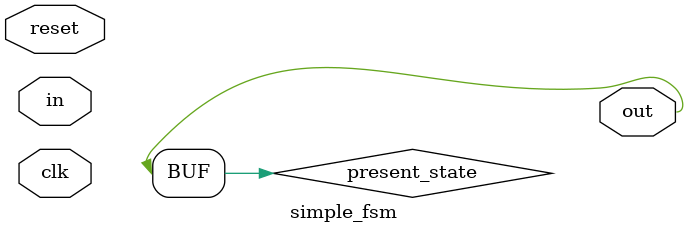
<source format=v>
module simple_fsm(clk, reset, in, out);
input clk;
input reset;
input in;
output out;
wire out;
reg present_state, next_state;
// In state 0, if in=1, stay in state 0. In state 0, if in=0, go to state 1
// In state 1, if in=1, stay in state 1. In state 1, if in=0, go to state 0
// out=1 in state 0 and out=0 in state 1
always @(present_state or in)
begin
case(present_state)
0: if(in)
present_state <= 0;
else
present_state <= 1;
1: if(in)
present_state <= 1;
else
present_state <= 0;
endcase
end
// Next state logic
always @(present_state or in)
begin
case(present_state)
0: if(in)
next_state <= 0;
else
next_state <= 1;
1: if(in)
next_state <= 1;
else
next_state <= 0;
endcase
end
// Output logic
assign out = (present_state == 1);
endmodule

</source>
